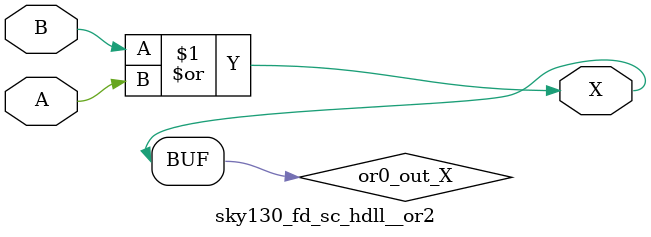
<source format=v>
/*
 * Copyright 2020 The SkyWater PDK Authors
 *
 * Licensed under the Apache License, Version 2.0 (the "License");
 * you may not use this file except in compliance with the License.
 * You may obtain a copy of the License at
 *
 *     https://www.apache.org/licenses/LICENSE-2.0
 *
 * Unless required by applicable law or agreed to in writing, software
 * distributed under the License is distributed on an "AS IS" BASIS,
 * WITHOUT WARRANTIES OR CONDITIONS OF ANY KIND, either express or implied.
 * See the License for the specific language governing permissions and
 * limitations under the License.
 *
 * SPDX-License-Identifier: Apache-2.0
*/


`ifndef SKY130_FD_SC_HDLL__OR2_FUNCTIONAL_V
`define SKY130_FD_SC_HDLL__OR2_FUNCTIONAL_V

/**
 * or2: 2-input OR.
 *
 * Verilog simulation functional model.
 */

`timescale 1ns / 1ps
`default_nettype none

`celldefine
module sky130_fd_sc_hdll__or2 (
    X,
    A,
    B
);

    // Module ports
    output X;
    input  A;
    input  B;

    // Local signals
    wire or0_out_X;

    //  Name  Output     Other arguments
    or  or0  (or0_out_X, B, A           );
    buf buf0 (X        , or0_out_X      );

endmodule
`endcelldefine

`default_nettype wire
`endif  // SKY130_FD_SC_HDLL__OR2_FUNCTIONAL_V

</source>
